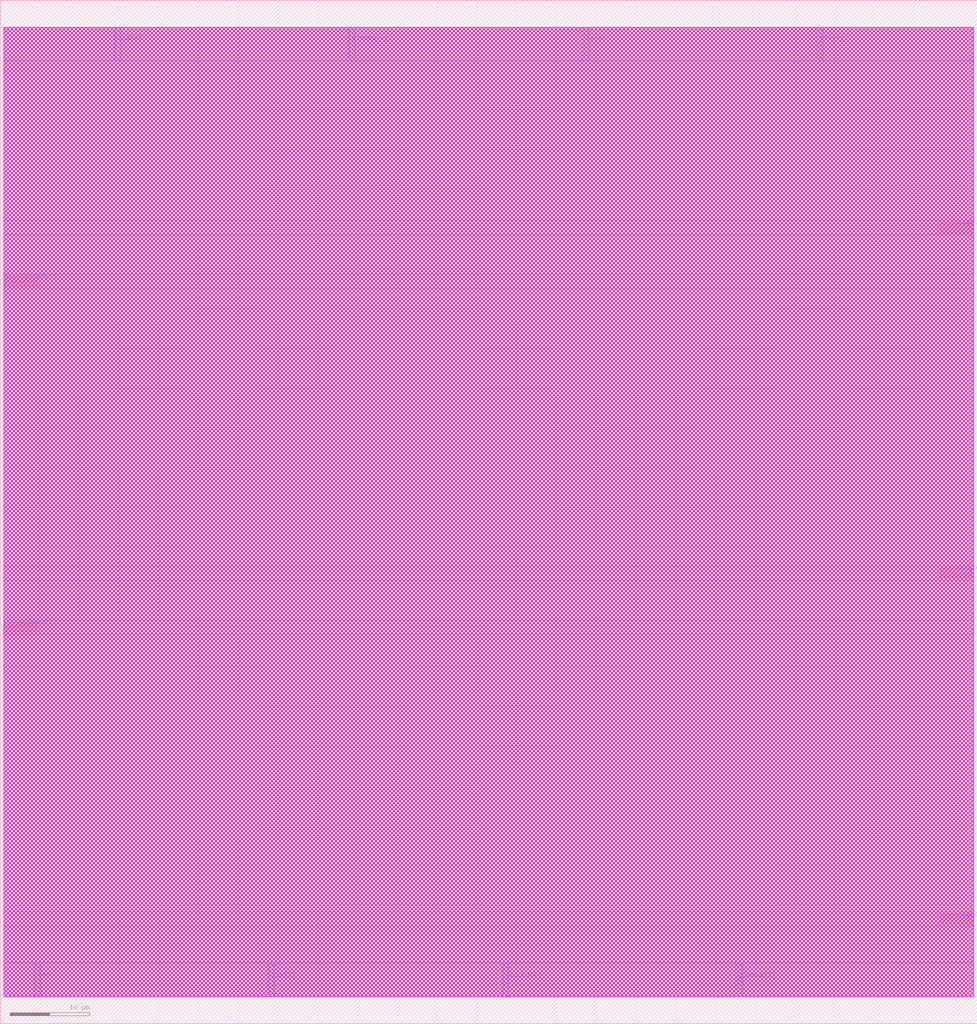
<source format=lef>
VERSION 5.3 ;
   NAMESCASESENSITIVE ON ;
   NOWIREEXTENSIONATPIN ON ;
   DIVIDERCHAR "/" ;
   BUSBITCHARS "[]" ;
UNITS
   DATABASE MICRONS 1000 ;
END UNITS
MACRO digital_pll
   CLASS BLOCK ;
   FOREIGN digital_pll ;
   ORIGIN 0.000000 0.000000 ;
SIZE 122.95 BY 128.83 ;
   PIN reset
      DIRECTION INPUT ;
      PORT
         LAYER met2 ;
RECT 73.41 121.31 73.97 125.43 ;
      END
   END reset
   PIN osc
      DIRECTION INPUT ;
      PORT
         LAYER met2 ;
RECT 4.41 3.4 4.97 7.52 ;
      END
   END osc
   PIN clockp[1]
      DIRECTION OUTPUT TRISTATE ;
      PORT
         LAYER met3 ;
RECT 0.46 92.82 4.66 94.02 ;
      END
   END clockp[1]
   PIN clockp[0]
      DIRECTION OUTPUT TRISTATE ;
      PORT
         LAYER met2 ;
RECT 43.97 121.31 44.53 125.43 ;
      END
   END clockp[0]
   PIN clockd[3]
      DIRECTION OUTPUT TRISTATE ;
      PORT
         LAYER met3 ;
RECT 0.46 49.3 4.66 50.5 ;
      END
   END clockd[3]
   PIN clockd[2]
      DIRECTION OUTPUT TRISTATE ;
      PORT
         LAYER met2 ;
RECT 63.29 3.4 63.85 7.52 ;
      END
   END clockd[2]
   PIN clockd[1]
      DIRECTION OUTPUT TRISTATE ;
      PORT
         LAYER met2 ;
RECT 92.73 3.4 93.29 7.52 ;
      END
   END clockd[1]
   PIN clockd[0]
      DIRECTION OUTPUT TRISTATE ;
      PORT
         LAYER met3 ;
RECT 118.29 99.62 122.49 100.82 ;
      END
   END clockd[0]
   PIN div[4]
      DIRECTION INPUT ;
      PORT
         LAYER met2 ;
RECT 14.53 121.31 15.09 125.43 ;
      END
   END div[4]
   PIN div[3]
      DIRECTION INPUT ;
      PORT
         LAYER met2 ;
RECT 33.85 3.4 34.41 7.52 ;
      END
   END div[3]
   PIN div[2]
      DIRECTION INPUT ;
      PORT
         LAYER met3 ;
RECT 118.29 12.58 122.49 13.78 ;
      END
   END div[2]
   PIN div[1]
      DIRECTION INPUT ;
      PORT
         LAYER met2 ;
RECT 102.85 121.31 103.41 125.43 ;
      END
   END div[1]
   PIN div[0]
      DIRECTION INPUT ;
      PORT
         LAYER met3 ;
RECT 118.29 56.1 122.49 57.3 ;
      END
   END div[0]
   OBS
         LAYER li1 ;
RECT 0.46 3.4 122.49 125.43 ;
         LAYER met1 ;
RECT 0.46 3.4 122.49 125.43 ;
         LAYER met2 ;
RECT 0.46 121.17 14.39 125.43 ;
RECT 15.23 121.17 43.83 125.43 ;
RECT 44.67 121.17 73.27 125.43 ;
RECT 74.11 121.17 102.71 125.43 ;
RECT 103.55 121.17 122.49 125.43 ;
RECT 0.46 7.66 122.49 121.17 ;
RECT 0.46 3.4 4.27 7.66 ;
RECT 5.11 3.4 33.71 7.66 ;
RECT 34.55 3.4 63.15 7.66 ;
RECT 63.99 3.4 92.59 7.66 ;
RECT 93.43 3.4 122.49 7.66 ;
         LAYER met3 ;
RECT 0.46 101.12 122.49 125.43 ;
RECT 0.46 99.32 117.99 101.12 ;
RECT 0.46 94.32 122.49 99.32 ;
RECT 4.96 92.52 122.49 94.32 ;
RECT 0.46 57.6 122.49 92.52 ;
RECT 0.46 55.8 117.99 57.6 ;
RECT 0.46 50.8 122.49 55.8 ;
RECT 4.96 49 122.49 50.8 ;
RECT 0.46 14.08 122.49 49 ;
RECT 0.46 12.28 117.99 14.08 ;
RECT 0.46 3.4 122.49 12.28 ;
         LAYER met4 ;
RECT 0.46 3.4 122.49 125.43 ;
         LAYER met5 ;
RECT 0.46 3.4 122.49 125.43 ;
         LAYER met6 ;
RECT 0.46 3.4 122.49 125.43 ;
   END
END digital_pll


</source>
